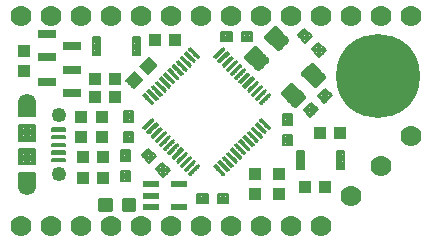
<source format=gbs>
*
*
G04 PADS9.1 Build Number: 384028 generated Gerber (RS-274-X) file*
G04 PC Version=2.1*
*
%IN "KeyChainDevBoard.pcb"*%
*
%MOIN*%
*
%FSLAX35Y35*%
*
*
*
*
G04 PC Standard Apertures*
*
*
G04 Thermal Relief Aperture macro.*
%AMTER*
1,1,$1,0,0*
1,0,$1-$2,0,0*
21,0,$3,$4,0,0,45*
21,0,$3,$4,0,0,135*
%
*
*
G04 Annular Aperture macro.*
%AMANN*
1,1,$1,0,0*
1,0,$2,0,0*
%
*
*
G04 Odd Aperture macro.*
%AMODD*
1,1,$1,0,0*
1,0,$1-0.005,0,0*
%
*
*
G04 PC Custom Aperture Macros*
*
*
*
*
*
*
G04 PC Aperture Table*
*
%ADD010C,0.001*%
%ADD011C,0.008*%
%ADD012C,0.00787*%
%ADD013C,0.01575*%
%ADD048C,0.07*%
%ADD083C,0.00551*%
%ADD089R,0.043X0.039*%
%ADD091R,0.059X0.026*%
%ADD096R,0.039X0.043*%
%ADD146C,0.28*%
%ADD147C,0.04921*%
%ADD148C,0.06102*%
%ADD150C,0.01*%
%ADD151R,0.055X0.024*%
*
*
*
*
G04 PC Circuitry*
G04 Layer Name KeyChainDevBoard.pcb - circuitry*
%LPD*%
*
*
G04 PC Custom Flashes*
G04 Layer Name KeyChainDevBoard.pcb - flashes*
%LPD*%
*
*
G04 PC Circuitry*
G04 Layer Name KeyChainDevBoard.pcb - circuitry*
%LPD*%
*
G54D10*
G01X147227Y155540D02*
X150197Y158510D01*
X147510Y161197*
X144540Y158227*
X147227Y155540*
X147168Y155600D02*
X147287D01*
X147068Y155700D02*
X147387D01*
X146968Y155800D02*
X147487D01*
X146868Y155900D02*
X147587D01*
X146768Y156000D02*
X147687D01*
X146668Y156100D02*
X147787D01*
X146568Y156200D02*
X147887D01*
X146468Y156300D02*
X147987D01*
X146368Y156400D02*
X148087D01*
X146268Y156500D02*
X148187D01*
X146168Y156600D02*
X148287D01*
X146068Y156700D02*
X148387D01*
X145968Y156800D02*
X148487D01*
X145868Y156900D02*
X148587D01*
X145768Y157000D02*
X148687D01*
X145668Y157100D02*
X148787D01*
X145568Y157200D02*
X148887D01*
X145468Y157300D02*
X148987D01*
X145368Y157400D02*
X149087D01*
X145268Y157500D02*
X149187D01*
X145168Y157600D02*
X149287D01*
X145068Y157700D02*
X149387D01*
X144968Y157800D02*
X149487D01*
X144868Y157900D02*
X149587D01*
X144768Y158000D02*
X149687D01*
X144668Y158100D02*
X149787D01*
X144568Y158200D02*
X149887D01*
X144613Y158300D02*
X149987D01*
X144713Y158400D02*
X150087D01*
X144813Y158500D02*
X150187D01*
X144913Y158600D02*
X150107D01*
X145013Y158700D02*
X150007D01*
X145113Y158800D02*
X149907D01*
X145213Y158900D02*
X149807D01*
X145313Y159000D02*
X149707D01*
X145413Y159100D02*
X149607D01*
X145513Y159200D02*
X149507D01*
X145613Y159300D02*
X149407D01*
X145713Y159400D02*
X149307D01*
X145813Y159500D02*
X149207D01*
X145913Y159600D02*
X149107D01*
X146013Y159700D02*
X149007D01*
X146113Y159800D02*
X148907D01*
X146213Y159900D02*
X148807D01*
X146313Y160000D02*
X148707D01*
X146413Y160100D02*
X148607D01*
X146513Y160200D02*
X148507D01*
X146613Y160300D02*
X148407D01*
X146713Y160400D02*
X148307D01*
X146813Y160500D02*
X148207D01*
X146913Y160600D02*
X148107D01*
X147013Y160700D02*
X148007D01*
X147113Y160800D02*
X147907D01*
X147213Y160900D02*
X147807D01*
X147313Y161000D02*
X147707D01*
X147413Y161100D02*
X147607D01*
X144600Y158168D02*
Y158287D01*
X144700Y158068D02*
Y158387D01*
X144800Y157968D02*
Y158487D01*
X144900Y157868D02*
Y158587D01*
X145000Y157768D02*
Y158687D01*
X145100Y157668D02*
Y158787D01*
X145200Y157568D02*
Y158887D01*
X145300Y157468D02*
Y158987D01*
X145400Y157368D02*
Y159087D01*
X145500Y157268D02*
Y159187D01*
X145600Y157168D02*
Y159287D01*
X145700Y157068D02*
Y159387D01*
X145800Y156968D02*
Y159487D01*
X145900Y156868D02*
Y159587D01*
X146000Y156768D02*
Y159687D01*
X146100Y156668D02*
Y159787D01*
X146200Y156568D02*
Y159887D01*
X146300Y156468D02*
Y159987D01*
X146400Y156368D02*
Y160087D01*
X146500Y156268D02*
Y160187D01*
X146600Y156168D02*
Y160287D01*
X146700Y156068D02*
Y160387D01*
X146800Y155968D02*
Y160487D01*
X146900Y155868D02*
Y160587D01*
X147000Y155768D02*
Y160687D01*
X147100Y155668D02*
Y160787D01*
X147200Y155568D02*
Y160887D01*
X147300Y155613D02*
Y160987D01*
X147400Y155713D02*
Y161087D01*
X147500Y155813D02*
Y161187D01*
X147600Y155913D02*
Y161107D01*
X147700Y156013D02*
Y161007D01*
X147800Y156113D02*
Y160907D01*
X147900Y156213D02*
Y160807D01*
X148000Y156313D02*
Y160707D01*
X148100Y156413D02*
Y160607D01*
X148200Y156513D02*
Y160507D01*
X148300Y156613D02*
Y160407D01*
X148400Y156713D02*
Y160307D01*
X148500Y156813D02*
Y160207D01*
X148600Y156913D02*
Y160107D01*
X148700Y157013D02*
Y160007D01*
X148800Y157113D02*
Y159907D01*
X148900Y157213D02*
Y159807D01*
X149000Y157313D02*
Y159707D01*
X149100Y157413D02*
Y159607D01*
X149200Y157513D02*
Y159507D01*
X149300Y157613D02*
Y159407D01*
X149400Y157713D02*
Y159307D01*
X149500Y157813D02*
Y159207D01*
X149600Y157913D02*
Y159107D01*
X149700Y158013D02*
Y159007D01*
X149800Y158113D02*
Y158907D01*
X149900Y158213D02*
Y158807D01*
X150000Y158313D02*
Y158707D01*
X150100Y158413D02*
Y158607D01*
X142490Y150803D02*
X145460Y153773D01*
X142773Y156460*
X139803Y153490*
X142490Y150803*
X142393Y150900D02*
X142587D01*
X142293Y151000D02*
X142687D01*
X142193Y151100D02*
X142787D01*
X142093Y151200D02*
X142887D01*
X141993Y151300D02*
X142987D01*
X141893Y151400D02*
X143087D01*
X141793Y151500D02*
X143187D01*
X141693Y151600D02*
X143287D01*
X141593Y151700D02*
X143387D01*
X141493Y151800D02*
X143487D01*
X141393Y151900D02*
X143587D01*
X141293Y152000D02*
X143687D01*
X141193Y152100D02*
X143787D01*
X141093Y152200D02*
X143887D01*
X140993Y152300D02*
X143987D01*
X140893Y152400D02*
X144087D01*
X140793Y152500D02*
X144187D01*
X140693Y152600D02*
X144287D01*
X140593Y152700D02*
X144387D01*
X140493Y152800D02*
X144487D01*
X140393Y152900D02*
X144587D01*
X140293Y153000D02*
X144687D01*
X140193Y153100D02*
X144787D01*
X140093Y153200D02*
X144887D01*
X139993Y153300D02*
X144987D01*
X139893Y153400D02*
X145087D01*
X139813Y153500D02*
X145187D01*
X139913Y153600D02*
X145287D01*
X140013Y153700D02*
X145387D01*
X140113Y153800D02*
X145432D01*
X140213Y153900D02*
X145332D01*
X140313Y154000D02*
X145232D01*
X140413Y154100D02*
X145132D01*
X140513Y154200D02*
X145032D01*
X140613Y154300D02*
X144932D01*
X140713Y154400D02*
X144832D01*
X140813Y154500D02*
X144732D01*
X140913Y154600D02*
X144632D01*
X141013Y154700D02*
X144532D01*
X141113Y154800D02*
X144432D01*
X141213Y154900D02*
X144332D01*
X141313Y155000D02*
X144232D01*
X141413Y155100D02*
X144132D01*
X141513Y155200D02*
X144032D01*
X141613Y155300D02*
X143932D01*
X141713Y155400D02*
X143832D01*
X141813Y155500D02*
X143732D01*
X141913Y155600D02*
X143632D01*
X142013Y155700D02*
X143532D01*
X142113Y155800D02*
X143432D01*
X142213Y155900D02*
X143332D01*
X142313Y156000D02*
X143232D01*
X142413Y156100D02*
X143132D01*
X142513Y156200D02*
X143032D01*
X142613Y156300D02*
X142932D01*
X142713Y156400D02*
X142832D01*
X139900Y153393D02*
Y153587D01*
X140000Y153293D02*
Y153687D01*
X140100Y153193D02*
Y153787D01*
X140200Y153093D02*
Y153887D01*
X140300Y152993D02*
Y153987D01*
X140400Y152893D02*
Y154087D01*
X140500Y152793D02*
Y154187D01*
X140600Y152693D02*
Y154287D01*
X140700Y152593D02*
Y154387D01*
X140800Y152493D02*
Y154487D01*
X140900Y152393D02*
Y154587D01*
X141000Y152293D02*
Y154687D01*
X141100Y152193D02*
Y154787D01*
X141200Y152093D02*
Y154887D01*
X141300Y151993D02*
Y154987D01*
X141400Y151893D02*
Y155087D01*
X141500Y151793D02*
Y155187D01*
X141600Y151693D02*
Y155287D01*
X141700Y151593D02*
Y155387D01*
X141800Y151493D02*
Y155487D01*
X141900Y151393D02*
Y155587D01*
X142000Y151293D02*
Y155687D01*
X142100Y151193D02*
Y155787D01*
X142200Y151093D02*
Y155887D01*
X142300Y150993D02*
Y155987D01*
X142400Y150893D02*
Y156087D01*
X142500Y150813D02*
Y156187D01*
X142600Y150913D02*
Y156287D01*
X142700Y151013D02*
Y156387D01*
X142800Y151113D02*
Y156432D01*
X142900Y151213D02*
Y156332D01*
X143000Y151313D02*
Y156232D01*
X143100Y151413D02*
Y156132D01*
X143200Y151513D02*
Y156032D01*
X143300Y151613D02*
Y155932D01*
X143400Y151713D02*
Y155832D01*
X143500Y151813D02*
Y155732D01*
X143600Y151913D02*
Y155632D01*
X143700Y152013D02*
Y155532D01*
X143800Y152113D02*
Y155432D01*
X143900Y152213D02*
Y155332D01*
X144000Y152313D02*
Y155232D01*
X144100Y152413D02*
Y155132D01*
X144200Y152513D02*
Y155032D01*
X144300Y152613D02*
Y154932D01*
X144400Y152713D02*
Y154832D01*
X144500Y152813D02*
Y154732D01*
X144600Y152913D02*
Y154632D01*
X144700Y153013D02*
Y154532D01*
X144800Y153113D02*
Y154432D01*
X144900Y153213D02*
Y154332D01*
X145000Y153313D02*
Y154232D01*
X145100Y153413D02*
Y154132D01*
X145200Y153513D02*
Y154032D01*
X145300Y153613D02*
Y153932D01*
X145400Y153713D02*
Y153832D01*
G54D11*
X138450Y130100D02*
X141550D01*
Y126600*
X138450*
Y130100*
Y127200D02*
X141550D01*
X138450Y128000D02*
X141550D01*
X138450Y128800D02*
X141550D01*
X138450Y129600D02*
X141550D01*
X139200Y126600D02*
Y130100D01*
X140000Y126600D02*
Y130100D01*
X140800Y126600D02*
Y130100D01*
X138450Y123400D02*
X141550D01*
Y119900*
X138450*
Y123400*
Y120000D02*
X141550D01*
X138450Y120800D02*
X141550D01*
X138450Y121600D02*
X141550D01*
X138450Y122400D02*
X141550D01*
X138450Y123200D02*
X141550D01*
X139200Y119900D02*
Y123400D01*
X140000Y119900D02*
Y123400D01*
X140800Y119900D02*
Y123400D01*
X145298Y128510D02*
X147490Y130702D01*
X149965Y128227*
X147773Y126035*
X145298Y128510*
X147408Y126400D02*
X148137D01*
X146608Y127200D02*
X148937D01*
X145808Y128000D02*
X149737D01*
X145588Y128800D02*
X149392D01*
X146388Y129600D02*
X148592D01*
X147188Y130400D02*
X147792D01*
X145600Y128208D02*
Y128812D01*
X146400Y127408D02*
Y129612D01*
X147200Y126608D02*
Y130412D01*
X148000Y126263D02*
Y130192D01*
X148800Y127063D02*
Y129392D01*
X149600Y127863D02*
Y128592D01*
X150035Y123773D02*
X152227Y125965D01*
X154702Y123490*
X152510Y121298*
X150035Y123773*
X152208Y121600D02*
X152812D01*
X151408Y122400D02*
X153612D01*
X150608Y123200D02*
X154412D01*
X150263Y124000D02*
X154192D01*
X151063Y124800D02*
X153392D01*
X151863Y125600D02*
X152592D01*
X150400Y123408D02*
Y124137D01*
X151200Y122608D02*
Y124937D01*
X152000Y121808D02*
Y125737D01*
X152800Y121588D02*
Y125392D01*
X153600Y122388D02*
Y124592D01*
X154400Y123188D02*
Y123792D01*
X201490Y141298D02*
X199298Y143490D01*
X201773Y145965*
X203965Y143773*
X201490Y141298*
X201188Y141600D02*
X201792D01*
X200388Y142400D02*
X202592D01*
X199588Y143200D02*
X203392D01*
X199808Y144000D02*
X203737D01*
X200608Y144800D02*
X202937D01*
X201408Y145600D02*
X202137D01*
X200000Y142788D02*
Y144192D01*
X200800Y141988D02*
Y144992D01*
X201600Y141408D02*
Y145792D01*
X202400Y142208D02*
Y145337D01*
X203200Y143008D02*
Y144537D01*
X206227Y146035D02*
X204035Y148227D01*
X206510Y150702*
X208702Y148510*
X206227Y146035*
X205863Y146400D02*
X206592D01*
X205063Y147200D02*
X207392D01*
X204263Y148000D02*
X208192D01*
X204608Y148800D02*
X208412D01*
X205408Y149600D02*
X207612D01*
X206208Y150400D02*
X206812D01*
X204800Y147463D02*
Y148992D01*
X205600Y146663D02*
Y149792D01*
X206400Y146208D02*
Y150592D01*
X207200Y147008D02*
Y150012D01*
X208000Y147808D02*
Y149212D01*
X197298Y168510D02*
X199490Y170702D01*
X201965Y168227*
X199773Y166035*
X197298Y168510*
X199408Y166400D02*
X200137D01*
X198608Y167200D02*
X200937D01*
X197808Y168000D02*
X201737D01*
X197588Y168800D02*
X201392D01*
X198388Y169600D02*
X200592D01*
X199188Y170400D02*
X199792D01*
X197600Y168208D02*
Y168812D01*
X198400Y167408D02*
Y169612D01*
X199200Y166608D02*
Y170412D01*
X200000Y166263D02*
Y170192D01*
X200800Y167063D02*
Y169392D01*
X201600Y167863D02*
Y168592D01*
X202035Y163773D02*
X204227Y165965D01*
X206702Y163490*
X204510Y161298*
X202035Y163773*
X204208Y161600D02*
X204812D01*
X203408Y162400D02*
X205612D01*
X202608Y163200D02*
X206412D01*
X202263Y164000D02*
X206192D01*
X203063Y164800D02*
X205392D01*
X203863Y165600D02*
X204592D01*
X202400Y163408D02*
Y164137D01*
X203200Y162608D02*
Y164937D01*
X204000Y161808D02*
Y165737D01*
X204800Y161588D02*
Y165392D01*
X205600Y162388D02*
Y164592D01*
X206400Y163188D02*
Y163792D01*
X195550Y131900D02*
X192450D01*
Y135400*
X195550*
Y131900*
X192450Y132000D02*
X195550D01*
X192450Y132800D02*
X195550D01*
X192450Y133600D02*
X195550D01*
X192450Y134400D02*
X195550D01*
X192450Y135200D02*
X195550D01*
X192800Y131900D02*
Y135400D01*
X193600Y131900D02*
Y135400D01*
X194400Y131900D02*
Y135400D01*
X195200Y131900D02*
Y135400D01*
X195550Y138600D02*
X192450D01*
Y142100*
X195550*
Y138600*
X192450Y139200D02*
X195550D01*
X192450Y140000D02*
X195550D01*
X192450Y140800D02*
X195550D01*
X192450Y141600D02*
X195550D01*
X192800Y138600D02*
Y142100D01*
X193600Y138600D02*
Y142100D01*
X194400Y138600D02*
Y142100D01*
X195200Y138600D02*
Y142100D01*
X171900Y166450D02*
Y169550D01*
X175400*
Y166450*
X171900*
Y167200D02*
X175400D01*
X171900Y168000D02*
X175400D01*
X171900Y168800D02*
X175400D01*
X172000Y166450D02*
Y169550D01*
X172800Y166450D02*
Y169550D01*
X173600Y166450D02*
Y169550D01*
X174400Y166450D02*
Y169550D01*
X175200Y166450D02*
Y169550D01*
X178600Y166450D02*
Y169550D01*
X182100*
Y166450*
X178600*
Y167200D02*
X182100D01*
X178600Y168000D02*
X182100D01*
X178600Y168800D02*
X182100D01*
X179200Y166450D02*
Y169550D01*
X180000Y166450D02*
Y169550D01*
X180800Y166450D02*
Y169550D01*
X181600Y166450D02*
Y169550D01*
X139450Y143100D02*
X142550D01*
Y139600*
X139450*
Y143100*
Y140000D02*
X142550D01*
X139450Y140800D02*
X142550D01*
X139450Y141600D02*
X142550D01*
X139450Y142400D02*
X142550D01*
X140000Y139600D02*
Y143100D01*
X140800Y139600D02*
Y143100D01*
X141600Y139600D02*
Y143100D01*
X142400Y139600D02*
Y143100D01*
X139450Y136400D02*
X142550D01*
Y132900*
X139450*
Y136400*
Y133600D02*
X142550D01*
X139450Y134400D02*
X142550D01*
X139450Y135200D02*
X142550D01*
X139450Y136000D02*
X142550D01*
X140000Y132900D02*
Y136400D01*
X140800Y132900D02*
Y136400D01*
X141600Y132900D02*
Y136400D01*
X142400Y132900D02*
Y136400D01*
X174100Y115550D02*
Y112450D01*
X170600*
Y115550*
X174100*
X170600Y112800D02*
X174100D01*
X170600Y113600D02*
X174100D01*
X170600Y114400D02*
X174100D01*
X170600Y115200D02*
X174100D01*
X171200Y112450D02*
Y115550D01*
X172000Y112450D02*
Y115550D01*
X172800Y112450D02*
Y115550D01*
X173600Y112450D02*
Y115550D01*
X167400D02*
Y112450D01*
X163900*
Y115550*
X167400*
X163900Y112800D02*
X167400D01*
X163900Y113600D02*
X167400D01*
X163900Y114400D02*
X167400D01*
X163900Y115200D02*
X167400D01*
X164000Y112450D02*
Y115550D01*
X164800Y112450D02*
Y115550D01*
X165600Y112450D02*
Y115550D01*
X166400Y112450D02*
Y115550D01*
X167200Y112450D02*
Y115550D01*
X109651Y122545D02*
Y118620D01*
X104349*
Y122545*
X109651*
X104600Y118620D02*
Y122545D01*
X105000Y118620D02*
Y122545D01*
X105400Y118620D02*
Y122545D01*
X105800Y118620D02*
Y122545D01*
X106200Y118620D02*
Y122545D01*
X106600Y118620D02*
Y122545D01*
X107000Y118620D02*
Y122545D01*
X107400Y118620D02*
Y122545D01*
X107800Y118620D02*
Y122545D01*
X108200Y118620D02*
Y122545D01*
X108600Y118620D02*
Y122545D01*
X109000Y118620D02*
Y122545D01*
X109400Y118620D02*
Y122545D01*
X109651Y145380D02*
Y141455D01*
X104349*
Y145380*
X109651*
X104600Y141455D02*
Y145380D01*
X105000Y141455D02*
Y145380D01*
X105400Y141455D02*
Y145380D01*
X105800Y141455D02*
Y145380D01*
X106200Y141455D02*
Y145380D01*
X106600Y141455D02*
Y145380D01*
X107000Y141455D02*
Y145380D01*
X107400Y141455D02*
Y145380D01*
X107800Y141455D02*
Y145380D01*
X108200Y141455D02*
Y145380D01*
X108600Y141455D02*
Y145380D01*
X109000Y141455D02*
Y145380D01*
X109400Y141455D02*
Y145380D01*
G54D12*
X197126Y129953D02*
X199488D01*
Y124047*
X197126*
Y129953*
Y124409D02*
X199488D01*
X197126Y125197D02*
X199488D01*
X197126Y125984D02*
X199488D01*
X197126Y126772D02*
X199488D01*
X197126Y127559D02*
X199488D01*
X197126Y128346D02*
X199488D01*
X197126Y129134D02*
X199488D01*
X197126Y129921D02*
X199488D01*
X197638Y124047D02*
Y129953D01*
X198425Y124047D02*
Y129953D01*
X199213Y124047D02*
Y129953D01*
X210512D02*
X212874D01*
Y124047*
X210512*
Y129953*
Y124409D02*
X212874D01*
X210512Y125197D02*
X212874D01*
X210512Y125984D02*
X212874D01*
X210512Y126772D02*
X212874D01*
X210512Y127559D02*
X212874D01*
X210512Y128346D02*
X212874D01*
X210512Y129134D02*
X212874D01*
X210512Y129921D02*
X212874D01*
X211024Y124047D02*
Y129953D01*
X211811Y124047D02*
Y129953D01*
X212598Y124047D02*
Y129953D01*
X144874Y162047D02*
X142512D01*
Y167953*
X144874*
Y162047*
X142512Y162205D02*
X144874D01*
X142512Y162992D02*
X144874D01*
X142512Y163780D02*
X144874D01*
X142512Y164567D02*
X144874D01*
X142512Y165354D02*
X144874D01*
X142512Y166142D02*
X144874D01*
X142512Y166929D02*
X144874D01*
X142512Y167717D02*
X144874D01*
X142520Y162047D02*
Y167953D01*
X143307Y162047D02*
Y167953D01*
X144094Y162047D02*
Y167953D01*
X131488Y162047D02*
X129126D01*
Y167953*
X131488*
Y162047*
X129126Y162205D02*
X131488D01*
X129126Y162992D02*
X131488D01*
X129126Y163780D02*
X131488D01*
X129126Y164567D02*
X131488D01*
X129126Y165354D02*
X131488D01*
X129126Y166142D02*
X131488D01*
X129126Y166929D02*
X131488D01*
X129126Y167717D02*
X131488D01*
X129134Y162047D02*
Y167953D01*
X129921Y162047D02*
Y167953D01*
X130709Y162047D02*
Y167953D01*
X115366Y126488D02*
Y127276D01*
X119894*
Y126488*
X115366*
Y126772D02*
X119894D01*
X115748Y126488D02*
Y127276D01*
X116535Y126488D02*
Y127276D01*
X117323Y126488D02*
Y127276D01*
X118110Y126488D02*
Y127276D01*
X118898Y126488D02*
Y127276D01*
X119685Y126488D02*
Y127276D01*
X115366Y129047D02*
Y129835D01*
X119894*
Y129047*
X115366*
Y129134D02*
X119894D01*
X115748Y129047D02*
Y129835D01*
X116535Y129047D02*
Y129835D01*
X117323Y129047D02*
Y129835D01*
X118110Y129047D02*
Y129835D01*
X118898Y129047D02*
Y129835D01*
X119685Y129047D02*
Y129835D01*
X115366Y131606D02*
Y132394D01*
X119894*
Y131606*
X115366*
Y132283D02*
X119894D01*
X115748Y131606D02*
Y132394D01*
X116535Y131606D02*
Y132394D01*
X117323Y131606D02*
Y132394D01*
X118110Y131606D02*
Y132394D01*
X118898Y131606D02*
Y132394D01*
X119685Y131606D02*
Y132394D01*
X115366Y134165D02*
Y134953D01*
X119894*
Y134165*
X115366*
Y134646D02*
X119894D01*
X115748Y134165D02*
Y134953D01*
X116535Y134165D02*
Y134953D01*
X117323Y134165D02*
Y134953D01*
X118110Y134165D02*
Y134953D01*
X118898Y134165D02*
Y134953D01*
X119685Y134165D02*
Y134953D01*
X115366Y136724D02*
Y137512D01*
X119894*
Y136724*
X115366*
Y137008D02*
X119894D01*
X115748Y136724D02*
Y137512D01*
X116535Y136724D02*
Y137512D01*
X117323Y136724D02*
Y137512D01*
X118110Y136724D02*
Y137512D01*
X118898Y136724D02*
Y137512D01*
X119685Y136724D02*
Y137512D01*
X104343Y125504D02*
Y130622D01*
X109657*
Y125504*
X104343*
Y125984D02*
X109657D01*
X104343Y126772D02*
X109657D01*
X104343Y127559D02*
X109657D01*
X104343Y128346D02*
X109657D01*
X104343Y129134D02*
X109657D01*
X104343Y129921D02*
X109657D01*
X104724Y125504D02*
Y130622D01*
X105512Y125504D02*
Y130622D01*
X106299Y125504D02*
Y130622D01*
X107087Y125504D02*
Y130622D01*
X107874Y125504D02*
Y130622D01*
X108661Y125504D02*
Y130622D01*
X109449Y125504D02*
Y130622D01*
X104343Y133378D02*
Y138496D01*
X109657*
Y133378*
X104343*
Y133858D02*
X109657D01*
X104343Y134646D02*
X109657D01*
X104343Y135433D02*
X109657D01*
X104343Y136220D02*
X109657D01*
X104343Y137008D02*
X109657D01*
X104343Y137795D02*
X109657D01*
X104724Y133378D02*
Y138496D01*
X105512Y133378D02*
Y138496D01*
X106299Y133378D02*
Y138496D01*
X107087Y133378D02*
Y138496D01*
X107874Y133378D02*
Y138496D01*
X108661Y133378D02*
Y138496D01*
X109449Y133378D02*
Y138496D01*
G54D13*
X199125Y147978D02*
X196341Y145194D01*
X192443Y149092*
X195227Y151875*
X199125Y147978*
X195866Y145669D02*
X196816D01*
X194291Y147244D02*
X198391D01*
X192716Y148819D02*
X198284D01*
X193745Y150394D02*
X196709D01*
X192913Y148621D02*
Y149562D01*
X194488Y147047D02*
Y151137D01*
X196063Y145472D02*
Y151040D01*
X197638Y146491D02*
Y149465D01*
X186875Y160227D02*
X184092Y157443D01*
X180194Y161341*
X182978Y164125*
X186875Y160227*
X183267Y158268D02*
X184916D01*
X181692Y159843D02*
X186491D01*
X180271Y161417D02*
X185685D01*
X181846Y162992D02*
X184110D01*
X180315Y161220D02*
Y161461D01*
X181890Y159645D02*
Y163036D01*
X183465Y158070D02*
Y163638D01*
X185039Y158391D02*
Y162063D01*
X186614Y159966D02*
Y160488D01*
X193557Y166908D02*
X190773Y164125D01*
X186875Y168022*
X189659Y170806*
X193557Y166908*
X190331Y164567D02*
X191215D01*
X188756Y166142D02*
X192790D01*
X187181Y167717D02*
X192749D01*
X188145Y169291D02*
X191174D01*
X188189Y166708D02*
Y169336D01*
X189764Y165134D02*
Y170701D01*
X191339Y164690D02*
Y169127D01*
X192913Y166265D02*
Y167552D01*
X205806Y154659D02*
X203022Y151875D01*
X199125Y155773*
X201908Y158557*
X205806Y154659*
X202929Y151969D02*
X203115D01*
X201354Y153543D02*
X204690D01*
X199779Y155118D02*
X205347D01*
X200045Y156693D02*
X203772D01*
X201619Y158268D02*
X202197D01*
X199213Y155685D02*
Y155861D01*
X200787Y154110D02*
Y157436D01*
X202362Y152535D02*
Y158103D01*
X203937Y152790D02*
Y156528D01*
X205512Y154365D02*
Y154953D01*
G54D48*
X105000Y105000D03*
X225000Y175000D03*
X235000Y135000D03*
X125000Y175000D03*
X225000Y125000D03*
X145000Y105000D03*
X215000Y115000D03*
X135000Y105000D03*
X145000Y175000D03*
X165000Y105000D03*
X195000Y175000D03*
X205000D03*
Y105000D03*
X195000D03*
X165000Y175000D03*
X175000D03*
X185000D03*
X115000Y105000D03*
X235000Y175000D03*
X175000Y105000D03*
X155000D03*
X115000Y175000D03*
X135000D03*
X155000D03*
X125000Y105000D03*
X215000Y175000D03*
X185000Y105000D03*
X105000Y175000D03*
G54D83*
X172443Y164171D02*
X172859Y163754D01*
X169909Y160804*
X169492Y161220*
X172443Y164171*
X169531Y161181D02*
X170286D01*
X170005Y161732D02*
X170837D01*
X170556Y162283D02*
X171388D01*
X171107Y162835D02*
X171940D01*
X171658Y163386D02*
X172491D01*
X172209Y163937D02*
X172677D01*
X170000Y160895D02*
Y161728D01*
X170551Y161446D02*
Y162279D01*
X171102Y161997D02*
Y162830D01*
X171654Y162549D02*
Y163381D01*
X172205Y163100D02*
Y163932D01*
X172756Y163651D02*
Y163858D01*
X173835Y162779D02*
X174251Y162362D01*
X171301Y159412*
X170884Y159828*
X173835Y162779*
X171185Y159528D02*
X171416D01*
X171135Y160079D02*
X171968D01*
X171686Y160630D02*
X172519D01*
X172237Y161181D02*
X173070D01*
X172788Y161732D02*
X173621D01*
X173340Y162283D02*
X174172D01*
X171102Y159610D02*
Y160046D01*
X171654Y159765D02*
Y160597D01*
X172205Y160316D02*
Y161149D01*
X172756Y160867D02*
Y161700D01*
X173307Y161418D02*
Y162251D01*
X173858Y161969D02*
Y162755D01*
X175227Y161387D02*
X175643Y160970D01*
X172693Y158020*
X172276Y158436*
X175227Y161387*
X172287Y158425D02*
X173098D01*
X172816Y158976D02*
X173649D01*
X173368Y159528D02*
X174200D01*
X173919Y160079D02*
X174752D01*
X174470Y160630D02*
X175303D01*
X175021Y161181D02*
X175433D01*
X172756Y158083D02*
Y158916D01*
X173307Y158634D02*
Y159467D01*
X173858Y159186D02*
Y160018D01*
X174409Y159737D02*
Y160569D01*
X174961Y160288D02*
Y161121D01*
X175512Y160839D02*
Y161102D01*
X176619Y159995D02*
X177035Y159578D01*
X177035D02*
X174085Y156628D01*
X173668Y157044*
X176619Y159995*
X173941Y156772D02*
X174228D01*
X173947Y157323D02*
X174779D01*
X174498Y157874D02*
X175331D01*
X175049Y158425D02*
X175882D01*
X175600Y158976D02*
X176433D01*
X176151Y159528D02*
X176984D01*
X173858Y156854D02*
Y157234D01*
X174409Y156953D02*
Y157786D01*
X174961Y157504D02*
Y158337D01*
X175512Y158055D02*
Y158888D01*
X176063Y158606D02*
Y159439D01*
X176614Y159158D02*
Y159990D01*
X178011Y158603D02*
X178427Y158187D01*
X175476Y155236*
X175060Y155652*
X178011Y158603*
X175077Y155669D02*
X175910D01*
X175628Y156220D02*
X176461D01*
X176179Y156772D02*
X177012D01*
X176731Y157323D02*
X177563D01*
X177282Y157874D02*
X178115D01*
X177833Y158425D02*
X178188D01*
X175512Y155271D02*
Y156104D01*
X176063Y155822D02*
Y156655D01*
X176614Y156374D02*
Y157206D01*
X177165Y156925D02*
Y157758D01*
X177717Y157476D02*
Y158309D01*
X178268Y158027D02*
Y158346D01*
X179403Y157211D02*
X179819Y156795D01*
X176868Y153844*
X176452Y154260*
X179403Y157211*
X176697Y154016D02*
X177040D01*
X176759Y154567D02*
X177591D01*
X177310Y155118D02*
X178143D01*
X177861Y155669D02*
X178694D01*
X178412Y156220D02*
X179245D01*
X178963Y156772D02*
X179796D01*
X176614Y154098D02*
Y154422D01*
X177165Y154141D02*
Y154974D01*
X177717Y154692D02*
Y155525D01*
X178268Y155243D02*
Y156076D01*
X178819Y155794D02*
Y156627D01*
X179370Y156346D02*
Y157178D01*
X180795Y155819D02*
X181211Y155403D01*
X178260Y152452*
X177844Y152868*
X180795Y155819*
X177889Y152913D02*
X178722D01*
X178440Y153465D02*
X179273D01*
X178991Y154016D02*
X179824D01*
X179543Y154567D02*
X180375D01*
X180094Y155118D02*
X180926D01*
X180645Y155669D02*
X180944D01*
X178268Y152459D02*
Y153292D01*
X178819Y153011D02*
Y153843D01*
X179370Y153562D02*
Y154394D01*
X179921Y154113D02*
Y154946D01*
X180472Y154664D02*
Y155497D01*
X181024Y155215D02*
Y155590D01*
X182187Y154427D02*
X182603Y154011D01*
X179652Y151060*
X179236Y151476*
X182187Y154427*
X179453Y151260D02*
X179852D01*
X179570Y151811D02*
X180403D01*
X180122Y152362D02*
X180954D01*
X180673Y152913D02*
X181506D01*
X181224Y153465D02*
X182057D01*
X181775Y154016D02*
X182598D01*
X179370Y151342D02*
Y151611D01*
X179921Y151329D02*
Y152162D01*
X180472Y151880D02*
Y152713D01*
X181024Y152431D02*
Y153264D01*
X181575Y152983D02*
Y153815D01*
X182126Y153534D02*
Y154367D01*
X183578Y153035D02*
X183995Y152619D01*
X181044Y149668*
X180628Y150085*
X183578Y153035*
X180701Y150157D02*
X181534D01*
X181252Y150709D02*
X182085D01*
X181803Y151260D02*
X182636D01*
X182354Y151811D02*
X183187D01*
X182906Y152362D02*
X183738D01*
X183457Y152913D02*
X183700D01*
X181024Y149689D02*
Y150480D01*
X181575Y150199D02*
Y151031D01*
X182126Y150750D02*
Y151583D01*
X182677Y151301D02*
Y152134D01*
X183228Y151852D02*
Y152685D01*
X183780Y152403D02*
Y152834D01*
X184970Y151643D02*
X185387Y151227D01*
X182436Y148276*
X182020Y148693*
X184970Y151643*
X182208Y148504D02*
X182664D01*
X182382Y149055D02*
X183215D01*
X182934Y149606D02*
X183766D01*
X183485Y150157D02*
X184317D01*
X184036Y150709D02*
X184869D01*
X184587Y151260D02*
X185354D01*
X182126Y148586D02*
Y148799D01*
X182677Y148517D02*
Y149350D01*
X183228Y149068D02*
Y149901D01*
X183780Y149620D02*
Y150452D01*
X184331Y150171D02*
Y151003D01*
X184882Y150722D02*
Y151555D01*
X186362Y150251D02*
X186779Y149835D01*
X183828Y146884*
X183412Y147301*
X186362Y150251*
X183513Y147402D02*
X184345D01*
X184064Y147953D02*
X184897D01*
X184615Y148504D02*
X185448D01*
X185166Y149055D02*
X185999D01*
X185717Y149606D02*
X186550D01*
X186269Y150157D02*
X186456D01*
X183780Y146933D02*
Y147668D01*
X184331Y147387D02*
Y148220D01*
X184882Y147938D02*
Y148771D01*
X185433Y148489D02*
Y149322D01*
X185984Y149040D02*
Y149873D01*
X186535Y149592D02*
Y150078D01*
X187754Y148859D02*
X188171Y148443D01*
X185220Y145492*
X184804Y145909*
X187754Y148859*
X184964Y145748D02*
X185476D01*
X185194Y146299D02*
X186027D01*
X185745Y146850D02*
X186578D01*
X186297Y147402D02*
X187129D01*
X186848Y147953D02*
X187680D01*
X187399Y148504D02*
X188110D01*
X184882Y145831D02*
Y145987D01*
X185433Y145705D02*
Y146538D01*
X185984Y146257D02*
Y147089D01*
X186535Y146808D02*
Y147640D01*
X187087Y147359D02*
Y148192D01*
X187638Y147910D02*
Y148743D01*
X188171Y137557D02*
X187754Y137141D01*
X184804Y140091*
X185220Y140508*
X188171Y137557*
X187415Y137480D02*
X188094D01*
X186864Y138031D02*
X187696D01*
X186312Y138583D02*
X187145D01*
X185761Y139134D02*
X186594D01*
X185210Y139685D02*
X186043D01*
X184948Y140236D02*
X185492D01*
X184882Y140013D02*
Y140170D01*
X185433Y139462D02*
Y140295D01*
X185984Y138911D02*
Y139743D01*
X186535Y138360D02*
Y139192D01*
X187087Y137808D02*
Y138641D01*
X187638Y137257D02*
Y138090D01*
X186779Y136165D02*
X186363Y135749D01*
X183412Y138700*
X183828Y139116*
X186779Y136165*
X186284Y135827D02*
X186441D01*
X185733Y136378D02*
X186566D01*
X185182Y136929D02*
X186015D01*
X184631Y137480D02*
X185464D01*
X184080Y138031D02*
X184912D01*
X183528Y138583D02*
X184361D01*
X183780Y138332D02*
Y139067D01*
X184331Y137780D02*
Y138613D01*
X184882Y137229D02*
Y138062D01*
X185433Y136678D02*
Y137511D01*
X185984Y136127D02*
Y136960D01*
X186535Y135921D02*
Y136408D01*
X185387Y134773D02*
X184971Y134357D01*
X182020Y137308*
X182436Y137724*
X185387Y134773*
X184603Y134724D02*
X185338D01*
X184052Y135276D02*
X184884D01*
X183500Y135827D02*
X184333D01*
X182949Y136378D02*
X183782D01*
X182398Y136929D02*
X183231D01*
X182192Y137480D02*
X182680D01*
X182126Y137201D02*
Y137414D01*
X182677Y136650D02*
Y137483D01*
X183228Y136099D02*
Y136932D01*
X183780Y135548D02*
Y136380D01*
X184331Y134997D02*
Y135829D01*
X184882Y134445D02*
Y135278D01*
X183995Y133381D02*
X183579Y132965D01*
X180628Y135916*
X181044Y136332*
X183995Y133381*
X183472Y133071D02*
X183685D01*
X182921Y133622D02*
X183754D01*
X182370Y134173D02*
X183203D01*
X181819Y134724D02*
X182652D01*
X181268Y135276D02*
X182100D01*
X180717Y135827D02*
X181549D01*
X181024Y135520D02*
Y136312D01*
X181575Y134969D02*
Y135801D01*
X182126Y134417D02*
Y135250D01*
X182677Y133866D02*
Y134699D01*
X183228Y133315D02*
Y134148D01*
X183780Y133166D02*
Y133597D01*
X182603Y131989D02*
X182187Y131573D01*
X179236Y134524*
X179652Y134940*
X182603Y131989*
X181791Y131969D02*
X182582D01*
X181240Y132520D02*
X182073D01*
X180689Y133071D02*
X181521D01*
X180137Y133622D02*
X180970D01*
X179586Y134173D02*
X180419D01*
X179437Y134724D02*
X179868D01*
X179370Y134389D02*
Y134658D01*
X179921Y133838D02*
Y134671D01*
X180472Y133287D02*
Y134120D01*
X181024Y132736D02*
Y133569D01*
X181575Y132185D02*
Y133017D01*
X182126Y131633D02*
Y132466D01*
X181211Y130597D02*
X180795Y130181D01*
X177844Y133132*
X178260Y133548*
X181211Y130597*
X180661Y130315D02*
X180929D01*
X180109Y130866D02*
X180942D01*
X179558Y131417D02*
X180391D01*
X179007Y131969D02*
X179840D01*
X178456Y132520D02*
X179289D01*
X177905Y133071D02*
X178737D01*
X178268Y132708D02*
Y133541D01*
X178819Y132157D02*
Y132989D01*
X179370Y131606D02*
Y132438D01*
X179921Y131054D02*
Y131887D01*
X180472Y130503D02*
Y131336D01*
X181024Y130410D02*
Y130785D01*
X179819Y129205D02*
X179403Y128789D01*
X176452Y131740*
X176868Y132156*
X179819Y129205*
X178979Y129213D02*
X179812D01*
X178428Y129764D02*
X179261D01*
X177877Y130315D02*
X178709D01*
X177326Y130866D02*
X178158D01*
X176774Y131417D02*
X177607D01*
X176681Y131969D02*
X177056D01*
X176614Y131578D02*
Y131902D01*
X177165Y131026D02*
Y131859D01*
X177717Y130475D02*
Y131308D01*
X178268Y129924D02*
Y130757D01*
X178819Y129373D02*
Y130206D01*
X179370Y128822D02*
Y129654D01*
X178427Y127813D02*
X178011Y127397D01*
X175060Y130348*
X175476Y130764*
X178427Y127813*
X177849Y127559D02*
X178173D01*
X177298Y128110D02*
X178130D01*
X176746Y128661D02*
X177579D01*
X176195Y129213D02*
X177028D01*
X175644Y129764D02*
X176477D01*
X175093Y130315D02*
X175926D01*
X175512Y129896D02*
Y130729D01*
X176063Y129345D02*
Y130178D01*
X176614Y128794D02*
Y129626D01*
X177165Y128242D02*
Y129075D01*
X177717Y127691D02*
Y128524D01*
X178268Y127654D02*
Y127973D01*
X177035Y126421D02*
X176619Y126005D01*
X173668Y128956*
X174084Y129372*
X177035Y126421*
X176167Y126457D02*
X177000D01*
X175616Y127008D02*
X176449D01*
X175065Y127559D02*
X175898D01*
X174514Y128110D02*
X175346D01*
X173963Y128661D02*
X174795D01*
X173925Y129213D02*
X174244D01*
X173858Y128766D02*
Y129146D01*
X174409Y128214D02*
Y129047D01*
X174961Y127663D02*
Y128496D01*
X175512Y127112D02*
Y127945D01*
X176063Y126561D02*
Y127394D01*
X176614Y126010D02*
Y126842D01*
X175643Y125029D02*
X175227Y124613D01*
X172276Y127564*
X172692Y127980*
X175643Y125029*
X175037Y124803D02*
X175417D01*
X174486Y125354D02*
X175318D01*
X173935Y125906D02*
X174767D01*
X173383Y126457D02*
X174216D01*
X172832Y127008D02*
X173665D01*
X172281Y127559D02*
X173114D01*
X172756Y127084D02*
Y127917D01*
X173307Y126533D02*
Y127366D01*
X173858Y125982D02*
Y126814D01*
X174409Y125431D02*
Y126263D01*
X174961Y124879D02*
Y125712D01*
X175512Y124898D02*
Y125161D01*
X174251Y123637D02*
X173835Y123221D01*
X170884Y126172*
X171300Y126588*
X174251Y123637*
X173355Y123701D02*
X174188D01*
X172804Y124252D02*
X173637D01*
X172253Y124803D02*
X173086D01*
X171702Y125354D02*
X172535D01*
X171151Y125906D02*
X171983D01*
X171169Y126457D02*
X171432D01*
X171102Y125954D02*
Y126390D01*
X171654Y125403D02*
Y126235D01*
X172205Y124851D02*
Y125684D01*
X172756Y124300D02*
Y125133D01*
X173307Y123749D02*
Y124582D01*
X173858Y123244D02*
Y124031D01*
X172859Y122246D02*
X172443Y121829D01*
X169492Y124780*
X169909Y125196*
X172859Y122246*
X172225Y122047D02*
X172661D01*
X171674Y122598D02*
X172507D01*
X171123Y123150D02*
X171955D01*
X170571Y123701D02*
X171404D01*
X170020Y124252D02*
X170853D01*
X169515Y124803D02*
X170302D01*
X170000Y124272D02*
Y125105D01*
X170551Y123721D02*
Y124554D01*
X171102Y123170D02*
Y124003D01*
X171654Y122619D02*
Y123451D01*
X172205Y122068D02*
Y122900D01*
X172756Y122142D02*
Y122349D01*
X164091Y125196D02*
X164508Y124780D01*
X161557Y121829*
X161141Y122246*
X164091Y125196*
X161339Y122047D02*
X161775D01*
X161493Y122598D02*
X162326D01*
X162045Y123150D02*
X162877D01*
X162596Y123701D02*
X163429D01*
X163147Y124252D02*
X163980D01*
X163698Y124803D02*
X164484D01*
X161181Y122205D02*
Y122286D01*
X161732Y122005D02*
Y122837D01*
X162283Y122556D02*
Y123388D01*
X162835Y123107D02*
Y123940D01*
X163386Y123658D02*
Y124491D01*
X163937Y124209D02*
Y125042D01*
X164488Y124760D02*
Y124799D01*
X162699Y126588D02*
X163116Y126172D01*
X160165Y123221*
X159749Y123638*
X162699Y126588*
X159812Y123701D02*
X160645D01*
X160363Y124252D02*
X161196D01*
X160914Y124803D02*
X161747D01*
X161465Y125354D02*
X162298D01*
X162017Y125906D02*
X162849D01*
X162568Y126457D02*
X162831D01*
X160079Y123308D02*
Y123968D01*
X160630Y123686D02*
Y124519D01*
X161181Y124237D02*
Y125070D01*
X161732Y124788D02*
Y125621D01*
X162283Y125340D02*
Y126172D01*
X162835Y125891D02*
Y126453D01*
X161307Y127980D02*
X161724Y127564D01*
X158773Y124613*
X158357Y125030*
X161307Y127980*
X158583Y124803D02*
X158963D01*
X158682Y125354D02*
X159514D01*
X159233Y125906D02*
X160065D01*
X159784Y126457D02*
X160617D01*
X160335Y127008D02*
X161168D01*
X160886Y127559D02*
X161719D01*
X158425Y124961D02*
Y125098D01*
X158976Y124816D02*
Y125649D01*
X159528Y125368D02*
Y126200D01*
X160079Y125919D02*
Y126751D01*
X160630Y126470D02*
Y127303D01*
X161181Y127021D02*
Y127854D01*
X159915Y129372D02*
X160332Y128956D01*
X157381Y126005*
X156965Y126422*
X156965D02*
X159915Y129372D01*
X157000Y126457D02*
X157833D01*
X157551Y127008D02*
X158384D01*
X158102Y127559D02*
X158935D01*
X158654Y128110D02*
X159486D01*
X159205Y128661D02*
X160037D01*
X159756Y129213D02*
X160075D01*
X157323Y126064D02*
Y126779D01*
X157874Y126498D02*
Y127331D01*
X158425Y127049D02*
Y127882D01*
X158976Y127600D02*
Y128433D01*
X159528Y128151D02*
Y128984D01*
X160079Y128703D02*
Y129209D01*
X158524Y130764D02*
X158940Y130348D01*
X155989Y127397*
X155573Y127813*
X158524Y130764*
X155827Y127559D02*
X156151D01*
X155870Y128110D02*
X156702D01*
X156421Y128661D02*
X157254D01*
X156972Y129213D02*
X157805D01*
X157523Y129764D02*
X158356D01*
X158074Y130315D02*
X158907D01*
X155669Y127717D02*
Y127910D01*
X156220Y127628D02*
Y128461D01*
X156772Y128179D02*
Y129012D01*
X157323Y128731D02*
Y129563D01*
X157874Y129282D02*
Y130115D01*
X158425Y129833D02*
Y130666D01*
X157132Y132156D02*
X157548Y131740D01*
X154597Y128789*
X154181Y129205*
X157132Y132156*
X154188Y129213D02*
X155021D01*
X154739Y129764D02*
X155572D01*
X155291Y130315D02*
X156123D01*
X155842Y130866D02*
X156674D01*
X156393Y131417D02*
X157226D01*
X156944Y131969D02*
X157319D01*
X154567Y128819D02*
Y129591D01*
X155118Y129310D02*
Y130143D01*
X155669Y129861D02*
Y130694D01*
X156220Y130412D02*
Y131245D01*
X156772Y130963D02*
Y131796D01*
X157323Y131515D02*
Y131965D01*
X155740Y133548D02*
X156156Y133132D01*
X153205Y130181*
X152789Y130597*
X155740Y133548*
X153071Y130315D02*
X153339D01*
X153058Y130866D02*
X153891D01*
X153609Y131417D02*
X154442D01*
X154160Y131969D02*
X154993D01*
X154711Y132520D02*
X155544D01*
X155263Y133071D02*
X156095D01*
X152913Y130473D02*
Y130722D01*
X153465Y130440D02*
Y131273D01*
X154016Y130991D02*
Y131824D01*
X154567Y131543D02*
Y132375D01*
X155118Y132094D02*
Y132926D01*
X155669Y132645D02*
Y133478D01*
X154348Y134940D02*
X154764Y134524D01*
X151813Y131573*
X151397Y131989*
X154348Y134940*
X151418Y131969D02*
X152209D01*
X151928Y132520D02*
X152760D01*
X152479Y133071D02*
X153311D01*
X153030Y133622D02*
X153863D01*
X153581Y134173D02*
X154414D01*
X154132Y134724D02*
X154563D01*
X151811Y131575D02*
Y132403D01*
X152362Y132122D02*
Y132954D01*
X152913Y132673D02*
Y133506D01*
X153465Y133224D02*
Y134057D01*
X154016Y133775D02*
Y134608D01*
X154567Y134326D02*
Y134721D01*
X152956Y136332D02*
X153372Y135915D01*
X150422Y132965*
X150422D02*
X150005Y133381D01*
X152956Y136332*
X150315Y133071D02*
X150528D01*
X150246Y133622D02*
X151079D01*
X150797Y134173D02*
X151630D01*
X151348Y134724D02*
X152181D01*
X151900Y135276D02*
X152732D01*
X152451Y135827D02*
X153283D01*
X150157Y133229D02*
Y133534D01*
X150709Y133252D02*
Y134085D01*
X151260Y133803D02*
Y134636D01*
X151811Y134354D02*
Y135187D01*
X152362Y134906D02*
Y135738D01*
X152913Y135457D02*
Y136289D01*
X151564Y137724D02*
X151980Y137307D01*
X149030Y134357*
X148613Y134773*
X151564Y137724*
X148662Y134724D02*
X149397D01*
X149116Y135276D02*
X149948D01*
X149667Y135827D02*
X150500D01*
X150218Y136378D02*
X151051D01*
X150769Y136929D02*
X151602D01*
X151320Y137480D02*
X151807D01*
X149055Y134382D02*
Y135215D01*
X149606Y134934D02*
Y135766D01*
X150157Y135485D02*
Y136317D01*
X150709Y136036D02*
Y136869D01*
X151260Y136587D02*
Y137420D01*
X151811Y137138D02*
Y137477D01*
X150172Y139116D02*
X150588Y138699D01*
X147638Y135749*
X147221Y136165*
X150172Y139116*
X147560Y135827D02*
X147716D01*
X147434Y136378D02*
X148267D01*
X147985Y136929D02*
X148818D01*
X148536Y137480D02*
X149369D01*
X149088Y138031D02*
X149920D01*
X149639Y138583D02*
X150472D01*
X147402Y135985D02*
Y136345D01*
X147953Y136064D02*
Y136897D01*
X148504Y136615D02*
Y137448D01*
X149055Y137166D02*
Y137999D01*
X149606Y137717D02*
Y138550D01*
X150157Y138269D02*
Y139101D01*
X148780Y140508D02*
X149196Y140091D01*
X146246Y137141*
X145829Y137557*
X148780Y140508*
X145906Y137480D02*
X146585D01*
X146304Y138031D02*
X147136D01*
X146855Y138583D02*
X147688D01*
X147406Y139134D02*
X148239D01*
X147957Y139685D02*
X148790D01*
X148508Y140236D02*
X149051D01*
X146299Y137194D02*
Y138027D01*
X146850Y137745D02*
Y138578D01*
X147402Y138297D02*
Y139129D01*
X147953Y138848D02*
Y139680D01*
X148504Y139399D02*
Y140232D01*
X149055Y139950D02*
Y140232D01*
X149196Y145909D02*
X148780Y145492D01*
X145829Y148443*
X146246Y148859*
X149196Y145909*
X148524Y145748D02*
X149036D01*
X147973Y146299D02*
X148806D01*
X147422Y146850D02*
X148255D01*
X146871Y147402D02*
X147703D01*
X146320Y147953D02*
X147152D01*
X145890Y148504D02*
X146601D01*
X146299Y147973D02*
Y148806D01*
X146850Y147422D02*
Y148255D01*
X147402Y146871D02*
Y147703D01*
X147953Y146320D02*
Y147152D01*
X148504Y145768D02*
Y146601D01*
X149055Y145767D02*
Y146050D01*
X150588Y147300D02*
X150172Y146884D01*
X147221Y149835*
X147637Y150251*
X150588Y147300*
X149655Y147402D02*
X150487D01*
X149103Y147953D02*
X149936D01*
X148552Y148504D02*
X149385D01*
X148001Y149055D02*
X148834D01*
X147450Y149606D02*
X148283D01*
X147544Y150157D02*
X147731D01*
X147402Y149655D02*
Y150016D01*
X147953Y149103D02*
Y149936D01*
X148504Y148552D02*
Y149385D01*
X149055Y148001D02*
Y148834D01*
X149606Y147450D02*
Y148283D01*
X150157Y146899D02*
Y147731D01*
X151980Y148692D02*
X151564Y148276D01*
X148613Y151227*
X149029Y151643*
X151980Y148692*
X151336Y148504D02*
X151792D01*
X150785Y149055D02*
X151618D01*
X150234Y149606D02*
X151066D01*
X149683Y150157D02*
X150515D01*
X149131Y150709D02*
X149964D01*
X148646Y151260D02*
X149413D01*
X149055Y150785D02*
Y151618D01*
X149606Y150234D02*
Y151066D01*
X150157Y149683D02*
Y150515D01*
X150709Y149131D02*
Y149964D01*
X151260Y148580D02*
Y149413D01*
X151811Y148523D02*
Y148862D01*
X153372Y150084D02*
X152956Y149668D01*
X150005Y152619*
X150421Y153035*
X153372Y150084*
X152466Y150157D02*
X153299D01*
X151915Y150709D02*
X152748D01*
X151364Y151260D02*
X152197D01*
X150813Y151811D02*
X151646D01*
X150262Y152362D02*
X151094D01*
X150299Y152913D02*
X150543D01*
X150157Y152466D02*
Y152771D01*
X150709Y151915D02*
Y152748D01*
X151260Y151364D02*
Y152197D01*
X151811Y150813D02*
Y151646D01*
X152362Y150262D02*
Y151094D01*
X152913Y149711D02*
Y150543D01*
X154764Y151476D02*
X154348Y151060D01*
X151397Y154011*
X151813Y154427*
X154764Y151476*
X154148Y151260D02*
X154548D01*
X153597Y151811D02*
X154430D01*
X153046Y152362D02*
X153878D01*
X152494Y152913D02*
X153327D01*
X151943Y153465D02*
X152776D01*
X151402Y154016D02*
X152225D01*
X151811Y153597D02*
Y154425D01*
X152362Y153046D02*
Y153878D01*
X152913Y152494D02*
Y153327D01*
X153465Y151943D02*
Y152776D01*
X154016Y151392D02*
Y152225D01*
X154567Y151279D02*
Y151674D01*
X156156Y152868D02*
X155740Y152452D01*
X152789Y155403*
X153205Y155819*
X156156Y152868*
X155278Y152913D02*
X156111D01*
X154727Y153465D02*
X155560D01*
X154176Y154016D02*
X155009D01*
X153625Y154567D02*
X154457D01*
X153074Y155118D02*
X153906D01*
X153055Y155669D02*
X153355D01*
X152913Y155278D02*
Y155527D01*
X153465Y154727D02*
Y155560D01*
X154016Y154176D02*
Y155009D01*
X154567Y153625D02*
Y154457D01*
X155118Y153074D02*
Y153906D01*
X155669Y152522D02*
Y153355D01*
X157548Y154260D02*
X157132Y153844D01*
X154181Y156795*
X154597Y157211*
X157548Y154260*
X156960Y154016D02*
X157304D01*
X156409Y154567D02*
X157241D01*
X155857Y155118D02*
X156690D01*
X155306Y155669D02*
X156139D01*
X154755Y156220D02*
X155588D01*
X154204Y156772D02*
X155037D01*
X154567Y156409D02*
Y157181D01*
X155118Y155857D02*
Y156690D01*
X155669Y155306D02*
Y156139D01*
X156220Y154755D02*
Y155588D01*
X156772Y154204D02*
Y155037D01*
X157323Y154035D02*
Y154485D01*
X158940Y155652D02*
X158524Y155236D01*
X155573Y158187*
X155989Y158603*
X158940Y155652*
X158090Y155669D02*
X158923D01*
X157539Y156220D02*
X158372D01*
X156988Y156772D02*
X157821D01*
X156437Y157323D02*
X157269D01*
X155885Y157874D02*
X156718D01*
X155811Y158425D02*
X156167D01*
X155669Y158090D02*
Y158283D01*
X156220Y157539D02*
Y158372D01*
X156772Y156988D02*
Y157821D01*
X157323Y156437D02*
Y157269D01*
X157874Y155885D02*
Y156718D01*
X158425Y155334D02*
Y156167D01*
X160332Y157044D02*
X159916Y156628D01*
X156965Y159579*
X157381Y159995*
X160332Y157044*
X159772Y156772D02*
X160060D01*
X159221Y157323D02*
X160053D01*
X158669Y157874D02*
X159502D01*
X158118Y158425D02*
X158951D01*
X157567Y158976D02*
X158400D01*
X157016Y159528D02*
X157849D01*
X157323Y159221D02*
Y159937D01*
X157874Y158669D02*
Y159502D01*
X158425Y158118D02*
Y158951D01*
X158976Y157567D02*
Y158400D01*
X159528Y157016D02*
Y157849D01*
X160079Y156791D02*
Y157297D01*
X161724Y158436D02*
X161308Y158020D01*
X158357Y160971*
X158773Y161387*
X161724Y158436*
X160902Y158425D02*
X161713D01*
X160351Y158976D02*
X161184D01*
X159800Y159528D02*
X160632D01*
X159248Y160079D02*
X160081D01*
X158697Y160630D02*
X159530D01*
X158567Y161181D02*
X158979D01*
X158425Y160902D02*
Y161039D01*
X158976Y160351D02*
Y161184D01*
X159528Y159800D02*
Y160632D01*
X160079Y159248D02*
Y160081D01*
X160630Y158697D02*
Y159530D01*
X161181Y158146D02*
Y158979D01*
X163116Y159828D02*
X162700Y159412D01*
X159749Y162363*
X160165Y162779*
X163116Y159828*
X162584Y159528D02*
X162815D01*
X162032Y160079D02*
X162865D01*
X161481Y160630D02*
X162314D01*
X160930Y161181D02*
X161763D01*
X160379Y161732D02*
X161212D01*
X159828Y162283D02*
X160660D01*
X160079Y162032D02*
Y162693D01*
X160630Y161481D02*
Y162314D01*
X161181Y160930D02*
Y161763D01*
X161732Y160379D02*
Y161212D01*
X162283Y159828D02*
Y160660D01*
X162835Y159547D02*
Y160109D01*
X164508Y161220D02*
X164091Y160804D01*
X161141Y163754*
X161557Y164171*
X164508Y161220*
X163714Y161181D02*
X164469D01*
X163163Y161732D02*
X163995D01*
X162612Y162283D02*
X163444D01*
X162060Y162835D02*
X162893D01*
X161509Y163386D02*
X162342D01*
X161323Y163937D02*
X161791D01*
X161181Y163714D02*
Y163795D01*
X161732Y163163D02*
Y163995D01*
X162283Y162612D02*
Y163444D01*
X162835Y162060D02*
Y162893D01*
X163386Y161509D02*
Y162342D01*
X163937Y160958D02*
Y161791D01*
X164488Y161200D02*
Y161240D01*
G54D89*
X211350Y136000D03*
X204650D03*
X129650Y154000D03*
X136350D03*
X199650Y118000D03*
X206350D03*
X156350Y167000D03*
X149650D03*
X125650Y121000D03*
X132350D03*
X125650Y128000D03*
X132350D03*
X136350Y148000D03*
X129650D03*
G54D91*
X113866Y161260D03*
Y168740D03*
X122134Y165000D03*
Y156740D03*
Y149260D03*
X113866Y153000D03*
G54D96*
X191000Y122350D03*
Y115650D03*
X132000Y141350D03*
Y134650D03*
X125000D03*
Y141350D03*
X183000Y115650D03*
Y122350D03*
X106000Y163350D03*
Y156650D03*
G54D146*
X224000Y155000D03*
G54D147*
X117630Y122157D03*
Y141843D03*
G54D148*
X107000Y118220D03*
Y145780D03*
Y118220D03*
Y145780D03*
G54D150*
X139000Y110100D02*
Y113900D01*
X142800*
Y110100*
X139000*
Y111000D02*
X142800D01*
X139000Y112000D02*
X142800D01*
X139000Y113000D02*
X142800D01*
X139000Y110100D02*
Y113900D01*
X140000Y110100D02*
Y113900D01*
X141000Y110100D02*
Y113900D01*
X142000Y110100D02*
Y113900D01*
X131200Y110100D02*
Y113900D01*
X135000*
Y110100*
X131200*
Y111000D02*
X135000D01*
X131200Y112000D02*
X135000D01*
X131200Y113000D02*
X135000D01*
X132000Y110100D02*
Y113900D01*
X133000Y110100D02*
Y113900D01*
X134000Y110100D02*
Y113900D01*
X135000Y110100D02*
Y113900D01*
G54D151*
X148276Y111260D03*
Y115000D03*
Y118740D03*
X157724D03*
Y111260D03*
X0Y0D02*
M02*

</source>
